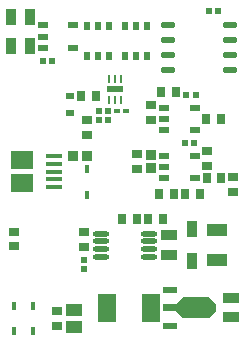
<source format=gtp>
G04*
G04 #@! TF.GenerationSoftware,Altium Limited,Altium Designer,23.8.1 (32)*
G04*
G04 Layer_Color=4408131*
%FSLAX44Y44*%
%MOMM*%
G71*
G04*
G04 #@! TF.SameCoordinates,A6862DCD-3B86-4064-B5AB-42711134FE70*
G04*
G04*
G04 #@! TF.FilePolarity,Positive*
G04*
G01*
G75*
%ADD16R,0.5600X0.5200*%
%ADD17R,0.8500X0.6000*%
%ADD18R,0.2500X0.6750*%
%ADD19R,1.4200X0.6100*%
%ADD20O,1.4000X0.4500*%
%ADD21O,1.2500X0.5500*%
%ADD22R,0.7500X0.8500*%
%ADD23R,0.8500X0.7500*%
%ADD24R,0.5000X0.4500*%
%ADD25R,0.8500X1.3500*%
%ADD26R,1.3500X0.8500*%
%ADD27R,0.6000X0.7500*%
%ADD28R,1.2000X0.5000*%
%ADD29R,1.3500X0.4000*%
%ADD30R,1.9000X1.5000*%
%ADD31R,0.8500X0.8500*%
%ADD32R,0.6500X0.6000*%
%ADD33R,0.9500X1.4000*%
%ADD34R,0.3500X0.8000*%
%ADD35R,0.4000X0.8000*%
%ADD36R,0.5200X0.5600*%
%ADD37R,1.3500X1.0500*%
%ADD38R,1.5000X2.4000*%
%ADD39R,0.8121X0.8581*%
%ADD40R,1.6582X1.1055*%
G36*
X179250Y28000D02*
Y22000D01*
X173250Y16000D01*
X151250D01*
X145250Y22000D01*
X134250D01*
Y28000D01*
X145250D01*
X151250Y34000D01*
X173250D01*
X179250Y28000D01*
D02*
G37*
D16*
X161650Y205000D02*
D03*
X153850D02*
D03*
X160650Y164250D02*
D03*
X152850D02*
D03*
X39900Y233750D02*
D03*
X32100D02*
D03*
X79850Y191500D02*
D03*
X87650D02*
D03*
X79850Y183500D02*
D03*
X87650D02*
D03*
X172600Y275750D02*
D03*
X180400D02*
D03*
D17*
X135250Y194000D02*
D03*
Y184500D02*
D03*
Y175000D02*
D03*
X160750D02*
D03*
Y194000D02*
D03*
X135250Y153250D02*
D03*
Y143750D02*
D03*
Y134250D02*
D03*
X160750D02*
D03*
Y153250D02*
D03*
X32500Y263750D02*
D03*
Y254250D02*
D03*
Y244750D02*
D03*
X58000D02*
D03*
Y263750D02*
D03*
D18*
X98500Y218750D02*
D03*
X93500D02*
D03*
X88500D02*
D03*
Y200500D02*
D03*
X93500D02*
D03*
X98500D02*
D03*
D19*
X93500Y209625D02*
D03*
D20*
X122250Y68000D02*
D03*
Y74500D02*
D03*
Y81000D02*
D03*
Y87500D02*
D03*
X81250Y68000D02*
D03*
Y74500D02*
D03*
Y81000D02*
D03*
Y87500D02*
D03*
D21*
X138000Y264300D02*
D03*
Y251600D02*
D03*
Y238900D02*
D03*
Y226200D02*
D03*
X190500Y264300D02*
D03*
Y251600D02*
D03*
Y238900D02*
D03*
Y226200D02*
D03*
D22*
X152750Y121250D02*
D03*
X165250D02*
D03*
X183500Y134250D02*
D03*
X171000D02*
D03*
X143250Y121250D02*
D03*
X130750D02*
D03*
X64750Y204250D02*
D03*
X77250D02*
D03*
X112250Y100250D02*
D03*
X99750D02*
D03*
X134250D02*
D03*
X121750D02*
D03*
X183000Y184500D02*
D03*
X170500D02*
D03*
X145000Y207000D02*
D03*
X132500D02*
D03*
D23*
X124250Y196250D02*
D03*
Y183750D02*
D03*
X171750Y145000D02*
D03*
Y157500D02*
D03*
X112250Y154750D02*
D03*
Y142250D02*
D03*
X69750Y171000D02*
D03*
Y183500D02*
D03*
X67000Y76500D02*
D03*
Y89000D02*
D03*
X193750Y135500D02*
D03*
Y123000D02*
D03*
X44250Y22000D02*
D03*
Y9500D02*
D03*
X7750Y89250D02*
D03*
Y76750D02*
D03*
D24*
X103000Y191500D02*
D03*
X95500D02*
D03*
D25*
X21750Y271250D02*
D03*
X5250D02*
D03*
Y246750D02*
D03*
X21750D02*
D03*
D26*
X191250Y33250D02*
D03*
Y16750D02*
D03*
X139000Y86250D02*
D03*
Y69750D02*
D03*
D27*
X88500Y263000D02*
D03*
X79000D02*
D03*
X69500D02*
D03*
Y237500D02*
D03*
X79000D02*
D03*
X88500D02*
D03*
X101500Y237500D02*
D03*
X111000D02*
D03*
X120500D02*
D03*
Y263000D02*
D03*
X111000D02*
D03*
X101500D02*
D03*
D28*
X140250Y39500D02*
D03*
Y9500D02*
D03*
D29*
X41750Y153000D02*
D03*
Y146500D02*
D03*
Y140000D02*
D03*
Y133500D02*
D03*
Y127000D02*
D03*
D30*
X14750Y150000D02*
D03*
Y130000D02*
D03*
D31*
X57750Y153000D02*
D03*
X69750D02*
D03*
D32*
X55500Y204250D02*
D03*
Y189750D02*
D03*
D33*
X158500Y91500D02*
D03*
Y64500D02*
D03*
D34*
X24250Y5000D02*
D03*
Y26500D02*
D03*
X8250Y5000D02*
D03*
Y26500D02*
D03*
D35*
X69750Y142000D02*
D03*
Y120500D02*
D03*
D36*
X67000Y65150D02*
D03*
Y57350D02*
D03*
D37*
X58750Y8500D02*
D03*
Y23000D02*
D03*
D38*
X86500Y24500D02*
D03*
X123500D02*
D03*
D39*
X123750Y142730D02*
D03*
Y154270D02*
D03*
D40*
X180000Y90764D02*
D03*
Y65236D02*
D03*
M02*

</source>
